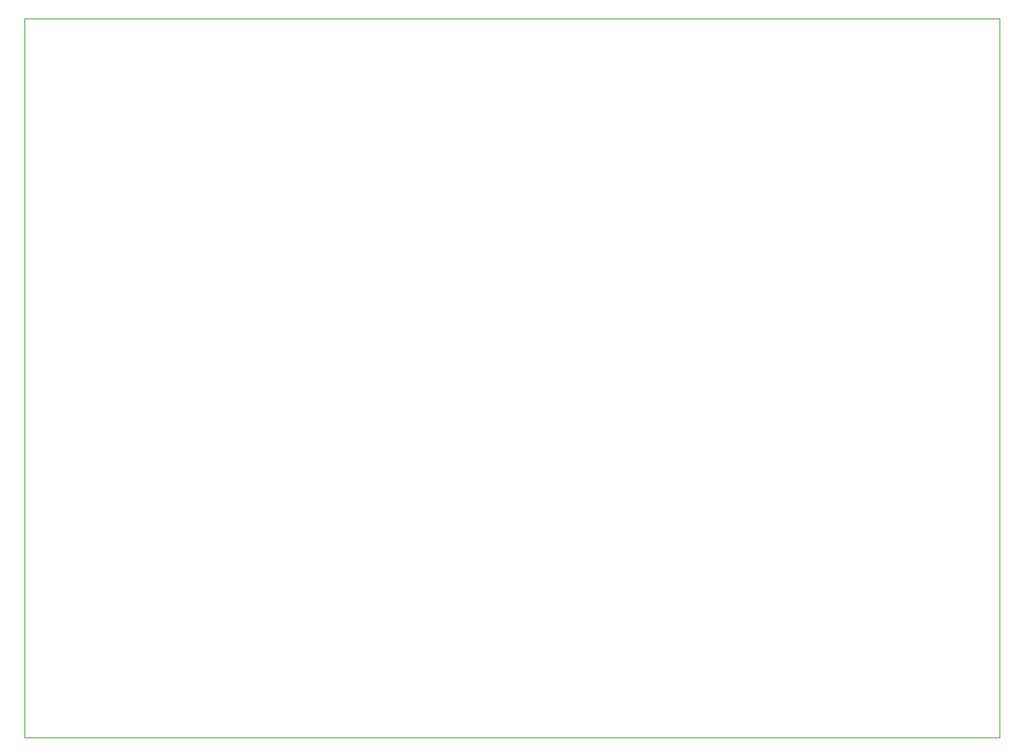
<source format=gbr>
%TF.GenerationSoftware,KiCad,Pcbnew,(6.0.2)*%
%TF.CreationDate,2022-07-20T19:38:25+09:00*%
%TF.ProjectId,shutdown,73687574-646f-4776-9e2e-6b696361645f,rev?*%
%TF.SameCoordinates,Original*%
%TF.FileFunction,Profile,NP*%
%FSLAX46Y46*%
G04 Gerber Fmt 4.6, Leading zero omitted, Abs format (unit mm)*
G04 Created by KiCad (PCBNEW (6.0.2)) date 2022-07-20 19:38:25*
%MOMM*%
%LPD*%
G01*
G04 APERTURE LIST*
%TA.AperFunction,Profile*%
%ADD10C,0.100000*%
%TD*%
G04 APERTURE END LIST*
D10*
X239740000Y-52600000D02*
X128520000Y-52600000D01*
X128520000Y-52600000D02*
X128520000Y-134730000D01*
X128520000Y-134730000D02*
X239740000Y-134730000D01*
X239740000Y-134730000D02*
X239740000Y-52600000D01*
M02*

</source>
